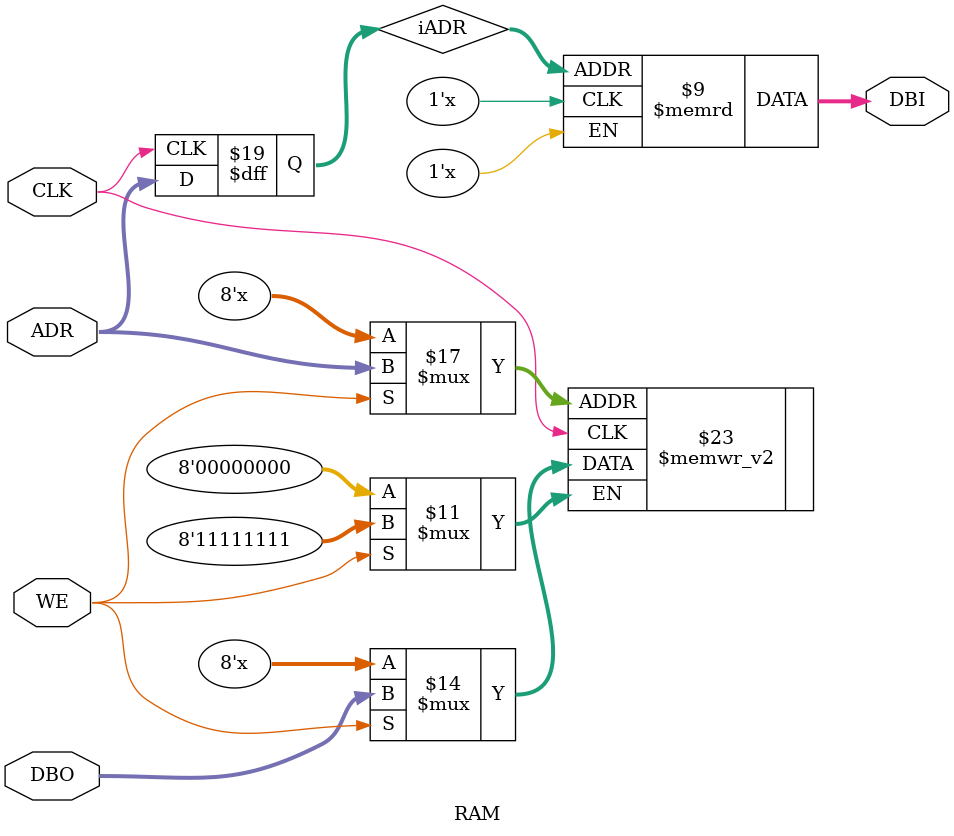
<source format=sv>
module RAM (
  input  logic [7:0] ADR,
  input  logic CLK,
  input  logic WE,
  input  logic [7:0] DBO,
  output logic [7:0] DBI
);

  logic [7:0] blkram [255:0];
  logic [7:0] iADR;

  always_ff @(posedge CLK) begin
    if (WE) begin
      blkram[ADR] <= DBO;
    end
    iADR <= ADR;
  end

  assign DBI = blkram[iADR];

endmodule
</source>
